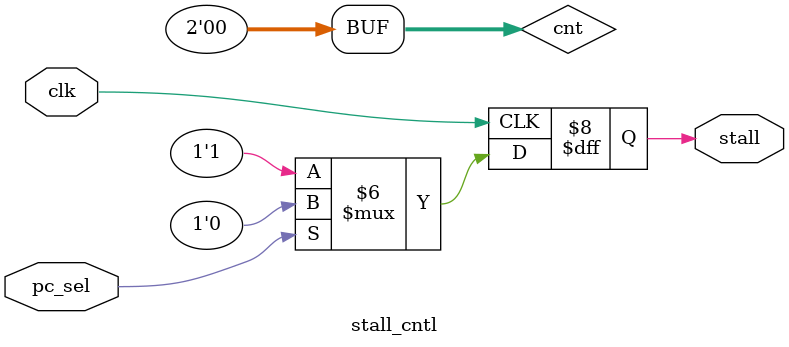
<source format=v>
`timescale 1ns / 1ps


module stall_cntl(
    input clk,
    input pc_sel,
    output reg stall=0
    );
    reg[1:0]cnt=0;
   always@(posedge clk)
   // always@(*)
    begin
    if(!pc_sel)
    begin
    stall<=1;
    end
    else
    stall<=0;
    end
    
endmodule

</source>
